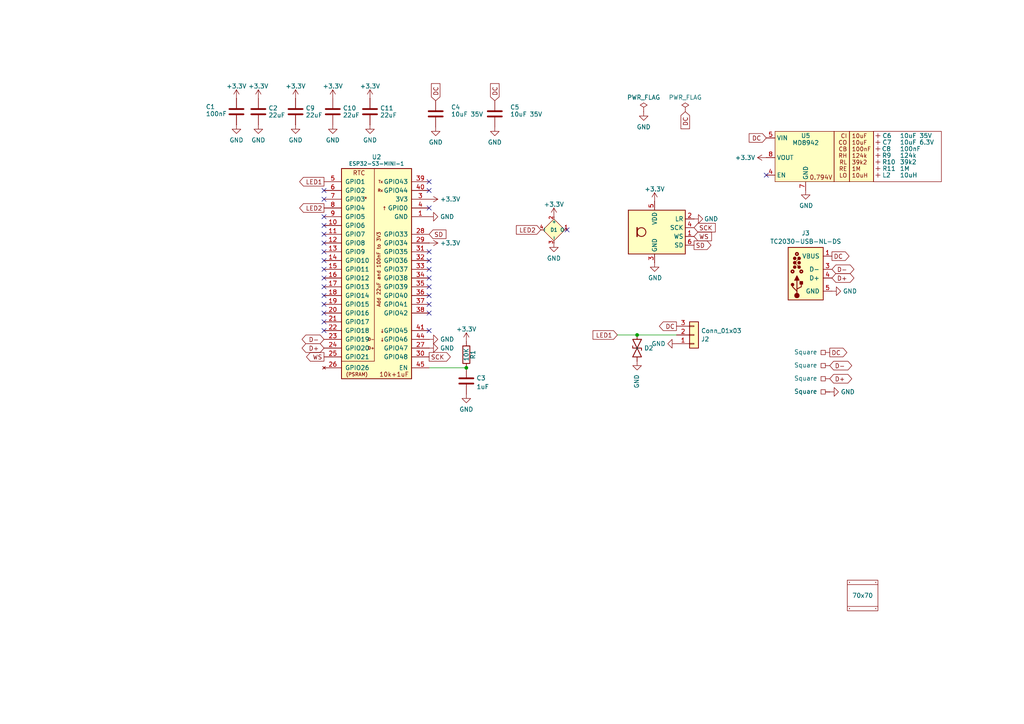
<source format=kicad_sch>
(kicad_sch (version 20250114) (generator "eeschema") (generator_version "9.0")
  (paper "A4")
  (title_block (title "LED driver") (date "${DATE}") (rev "1") (comment 1 "@TheRealRevK") (comment 2 "www.me.uk"))
  (lib_symbols
    (symbol "Connector_Generic:Conn_01x03" (pin_names (offset 1.016) (hide yes))
      (property "Reference" "J" (at 0 5.08 0))
      (property "Value" "Conn_01x03" (at 0 -5.08 0))
      (symbol "Conn_01x03_1_1"
        (rectangle (start -1.27 3.81) (end 1.27 -3.81) (stroke (width 0.254)) (fill (type background)))
        (rectangle (start -1.27 2.667) (end 0 2.413) (stroke (width 0.1524)))
        (rectangle (start -1.27 0.127) (end 0 -0.127) (stroke (width 0.1524)))
        (rectangle (start -1.27 -2.413) (end 0 -2.667) (stroke (width 0.1524)))
        (pin passive line (at -5.08 2.54 0) (length 3.81) (name "Pin_1") (number "1"))
        (pin passive line (at -5.08 0 0) (length 3.81) (name "Pin_2") (number "2"))
        (pin passive line (at -5.08 -2.54 0) (length 3.81) (name "Pin_3") (number "3"))
      )
    )
    (symbol "Device:C" (pin_numbers (hide yes)) (pin_names (offset 0.254))
      (property "Reference" "C" (at 0.635 2.54 0))
      (property "Value" "C" (at 0.635 -2.54 0))
      (symbol "C_0_1"
        (polyline (pts (xy -2.032 0.762) (xy 2.032 0.762)) (stroke (width 0.508)))
        (polyline (pts (xy -2.032 -0.762) (xy 2.032 -0.762)) (stroke (width 0.508)))
      )
      (symbol "C_1_1"
        (pin passive line (at 0 3.81 270) (length 2.794) (name "~") (number "1"))
        (pin passive line (at 0 -3.81 90) (length 2.794) (name "~") (number "2"))
      )
    )
    (symbol "Device:R" (pin_numbers (hide yes)) (pin_names (offset 0))
      (property "Reference" "R" (at 2.032 0 90))
      (property "Value" "R" (at 0 0 90))
      (symbol "R_0_1"
        (rectangle (start -1.016 -2.54) (end 1.016 2.54) (stroke (width 0.254)))
      )
      (symbol "R_1_1"
        (pin passive line (at 0 3.81 270) (length 1.27) (name "~") (number "1"))
        (pin passive line (at 0 -3.81 90) (length 1.27) (name "~") (number "2"))
      )
    )
    (symbol "RevK:ES05D1MC10" (pin_numbers (hide yes))
      (property "Reference" "D" (at 0 2.54 0))
      (symbol "ES05D1MC10_0_1"
        (polyline (pts (xy -2.54 1.27) (xy -2.54 -1.27) (xy 0 0) (xy -2.54 1.27)) (stroke (width 0.254)))
        (polyline (pts (xy 2.54 -1.27) (xy 2.54 1.27) (xy 0 0) (xy 2.54 -1.27)) (stroke (width 0.254)))
      )
      (symbol "ES05D1MC10_1_1"
        (polyline (pts (xy 0.635 1.27) (xy 0 1.27) (xy 0 -1.27) (xy -0.635 -1.27)) (stroke (width 0.254)))
        (pin passive line (at -3.81 0 0) (length 1.27) (name "~") (number "2"))
        (pin passive line (at 3.81 0 180) (length 1.27) (name "~") (number "1"))
      )
    )
    (symbol "RevK:ESP32-S3-MINI-1-N4R2" (pin_names (offset 1.016))
      (property "Reference" "U" (at 9.525 28.575 0))
      (property "Value" "ESP32-S3-MINI-1-N4R2" (at 0 31.115 0))
      (symbol "ESP32-S3-MINI-1-N4R2_0_0"
        (rectangle (start -10.16 30.48) (end 10.16 -30.48) (stroke (width 0.254)) (fill (type background)))
      )
      (symbol "ESP32-S3-MINI-1-N4R2_1_1"
        (polyline (pts (xy -10.16 -25.4) (xy -0.635 -25.4)))
        (polyline (pts (xy -0.635 30.48) (xy -0.635 -25.4)))
        (text "(PSRAM)" (at -5.715 -29.21 0) (effects (font (size 1 1))))
        (text "RTC" (at -5.08 29.21 0) (effects (font (size 1.27 1.27))))
        (text "*" (at -3.175 21.59 0) (effects (font (size 1.27 1.27))))
        (text "D-" (at -2.54 -19.05 0) (effects (font (size 0.8 0.8)) (justify left)))
        (text "D+" (at -2.54 -21.59 0) (effects (font (size 0.8 0.8)) (justify left)))
        (text "Add 22uF and 100nF to 3V3" (at 0.635 1.27 900) (effects (font (size 1 1))))
        (text "Tx" (at 1.905 26.67 0) (effects (font (size 0.8 0.8)) (justify right)))
        (text "Rx" (at 1.905 24.13 0) (effects (font (size 0.8 0.8)) (justify right)))
        (text "↓" (at 2.54 -16.51 0) (effects (font (size 1.27 1.27)) (justify right)))
        (text "↓" (at 2.54 -19.05 0) (effects (font (size 1.27 1.27)) (justify right)))
        (text "↑" (at 3.175 19.05 0) (effects (font (size 1.27 1.27)) (justify right)))
        (text "10k+1uF" (at 5.08 -29.21 0) (effects (font (size 1.27 1.27))))
        (pin passive line (at -15.24 26.67 0) (length 5.08) (name "GPIO1") (number "5"))
        (pin passive line (at -15.24 24.13 0) (length 5.08) (name "GPIO2") (number "6"))
        (pin passive line (at -15.24 21.59 0) (length 5.08) (name "GPIO3") (number "7"))
        (pin passive line (at -15.24 19.05 0) (length 5.08) (name "GPIO4") (number "8"))
        (pin passive line (at -15.24 16.51 0) (length 5.08) (name "GPIO5") (number "9"))
        (pin passive line (at -15.24 13.97 0) (length 5.08) (name "GPIO6") (number "10"))
        (pin passive line (at -15.24 11.43 0) (length 5.08) (name "GPIO7") (number "11"))
        (pin passive line (at -15.24 8.89 0) (length 5.08) (name "GPIO8") (number "12"))
        (pin passive line (at -15.24 6.35 0) (length 5.08) (name "GPIO9") (number "13"))
        (pin passive line (at -15.24 3.81 0) (length 5.08) (name "GPIO10") (number "14"))
        (pin passive line (at -15.24 1.27 0) (length 5.08) (name "GPIO11") (number "15"))
        (pin passive line (at -15.24 -1.27 0) (length 5.08) (name "GPIO12") (number "16"))
        (pin passive line (at -15.24 -3.81 0) (length 5.08) (name "GPIO13") (number "17"))
        (pin passive line (at -15.24 -6.35 0) (length 5.08) (name "GPIO14") (number "18"))
        (pin passive line (at -15.24 -8.89 0) (length 5.08) (name "GPIO15") (number "19"))
        (pin passive line (at -15.24 -11.43 0) (length 5.08) (name "GPIO16") (number "20"))
        (pin passive line (at -15.24 -13.97 0) (length 5.08) (name "GPIO17") (number "21"))
        (pin passive line (at -15.24 -16.51 0) (length 5.08) (name "GPIO18") (number "22"))
        (pin passive line (at -15.24 -19.05 0) (length 5.08) (name "GPIO19") (number "23"))
        (pin passive line (at -15.24 -21.59 0) (length 5.08) (name "GPIO20") (number "24"))
        (pin passive line (at -15.24 -24.13 0) (length 5.08) (name "GPIO21") (number "25"))
        (pin no_connect line (at -15.24 -27.305 0) (length 5.08) (name "GPIO26") (number "26"))
        (pin passive line (at 15.24 26.67 180) (length 5.08) (name "GPIO43") (number "39"))
        (pin passive line (at 15.24 24.13 180) (length 5.08) (name "GPIO44") (number "40"))
        (pin power_in line (at 15.24 21.59 180) (length 5.08) (name "3V3") (number "3"))
        (pin passive line (at 15.24 19.05 180) (length 5.08) (name "GPIO0") (number "4"))
        (pin power_in line (at 15.24 16.51 180) (length 5.08) (name "GND") (number "1"))
        (pin power_in line (at 15.24 16.51 180) (length 5.08) (hide yes) (name "GND") (number "2"))
        (pin power_in line (at 15.24 16.51 180) (length 5.08) (hide yes) (name "GND") (number "42"))
        (pin power_in line (at 15.24 16.51 180) (length 5.08) (hide yes) (name "GND") (number "43"))
        (pin power_in line (at 15.24 16.51 180) (length 5.08) (hide yes) (name "GND") (number "46"))
        (pin power_in line (at 15.24 16.51 180) (length 5.08) (hide yes) (name "GND") (number "47"))
        (pin power_in line (at 15.24 16.51 180) (length 5.08) (hide yes) (name "GND") (number "48"))
        (pin power_in line (at 15.24 16.51 180) (length 5.08) (hide yes) (name "GND") (number "49"))
        (pin power_in line (at 15.24 16.51 180) (length 5.08) (hide yes) (name "GND") (number "50"))
        (pin power_in line (at 15.24 16.51 180) (length 5.08) (hide yes) (name "GND") (number "51"))
        (pin power_in line (at 15.24 16.51 180) (length 5.08) (hide yes) (name "GND") (number "52"))
        (pin power_in line (at 15.24 16.51 180) (length 5.08) (hide yes) (name "GND") (number "53"))
        (pin power_in line (at 15.24 16.51 180) (length 5.08) (hide yes) (name "GND") (number "54"))
        (pin power_in line (at 15.24 16.51 180) (length 5.08) (hide yes) (name "GND") (number "55"))
        (pin power_in line (at 15.24 16.51 180) (length 5.08) (hide yes) (name "GND") (number "56"))
        (pin power_in line (at 15.24 16.51 180) (length 5.08) (hide yes) (name "GND") (number "57"))
        (pin power_in line (at 15.24 16.51 180) (length 5.08) (hide yes) (name "GND") (number "58"))
        (pin power_in line (at 15.24 16.51 180) (length 5.08) (hide yes) (name "GND") (number "59"))
        (pin power_in line (at 15.24 16.51 180) (length 5.08) (hide yes) (name "GND") (number "60"))
        (pin power_in line (at 15.24 16.51 180) (length 5.08) (hide yes) (name "GND") (number "61"))
        (pin power_in line (at 15.24 16.51 180) (length 5.08) (hide yes) (name "GND") (number "62"))
        (pin power_in line (at 15.24 16.51 180) (length 5.08) (hide yes) (name "GND") (number "63"))
        (pin power_in line (at 15.24 16.51 180) (length 5.08) (hide yes) (name "GND") (number "64"))
        (pin power_in line (at 15.24 16.51 180) (length 5.08) (hide yes) (name "GND") (number "65"))
        (pin passive line (at 15.24 11.43 180) (length 5.08) (name "GPIO33") (number "28"))
        (pin passive line (at 15.24 8.89 180) (length 5.08) (name "GPIO34") (number "29"))
        (pin passive line (at 15.24 6.35 180) (length 5.08) (name "GPIO35") (number "31"))
        (pin passive line (at 15.24 3.81 180) (length 5.08) (name "GPIO36") (number "32"))
        (pin passive line (at 15.24 1.27 180) (length 5.08) (name "GPIO37") (number "33"))
        (pin passive line (at 15.24 -1.27 180) (length 5.08) (name "GPIO38") (number "34"))
        (pin passive line (at 15.24 -3.81 180) (length 5.08) (name "GPIO39") (number "35"))
        (pin passive line (at 15.24 -6.35 180) (length 5.08) (name "GPIO40") (number "36"))
        (pin passive line (at 15.24 -8.89 180) (length 5.08) (name "GPIO41") (number "37"))
        (pin passive line (at 15.24 -11.43 180) (length 5.08) (name "GPIO42") (number "38"))
        (pin passive line (at 15.24 -16.51 180) (length 5.08) (name "GPIO45") (number "41"))
        (pin passive line (at 15.24 -19.05 180) (length 5.08) (name "GPIO46") (number "44"))
        (pin passive line (at 15.24 -21.59 180) (length 5.08) (name "GPIO47") (number "27"))
        (pin passive line (at 15.24 -24.13 180) (length 5.08) (name "GPIO48") (number "30"))
        (pin input line (at 15.24 -27.305 180) (length 5.08) (name "EN") (number "45"))
      )
    )
    (symbol "RevK:Hidden" (pin_names (offset 1.016)) (in_bom no)
      (property "Reference" "Z" (at 0.635 0 0))
      (property "Value" "Hidden" (at 4.445 0 0))
      (symbol "Hidden_0_1"
        (polyline (pts (xy -0.635 0) (xy 0.635 0)) (stroke (width 0.1524)))
        (polyline (pts (xy 0 0.635) (xy 0 -0.635)) (stroke (width 0.1524)))
      )
    )
    (symbol "RevK:ICS43434_MEMS_Mic"
      (symbol "ICS43434_MEMS_Mic_1_1"
        (rectangle (start -7.62 6.35) (end 8.89 -6.35) (stroke (width 0.254)) (fill (type background)))
        (polyline (pts (xy -5.08 1.27) (xy -5.08 -1.27)) (stroke (width 0.381)))
        (circle (center -3.81 0) (radius 1.27) (stroke (width 0.254)))
        (pin power_in line (at 0 8.89 270) (length 2.54) (name "VDD") (number "5"))
        (pin power_in line (at 0 -8.89 90) (length 2.54) (name "GND") (number "3"))
        (pin input line (at 11.43 3.81 180) (length 2.54) (name "LR") (number "2"))
        (pin input line (at 11.43 1.27 180) (length 2.54) (name "SCK") (number "4"))
        (pin input line (at 11.43 -1.27 180) (length 2.54) (name "WS") (number "1"))
        (pin output line (at 11.43 -3.81 180) (length 2.54) (name "SD") (number "6"))
      )
    )
    (symbol "RevK:MD89420-RegBlock"
      (property "Reference" "U" (at -0.635 4.445 0))
      (property "Value" "MD8942" (at 0 6.35 0))
      (symbol "MD89420-RegBlock_1_1"
        (rectangle (start -8.89 7.62) (end 8.255 -6.985) (fill (type background)))
        (rectangle (start 8.255 7.62) (end 12.7 -6.985) (fill (type background)))
        (rectangle (start 12.7 7.62) (end 19.685 -6.985) (fill (type background)))
        (rectangle (start 19.685 7.62) (end 39.37 -6.985))
        (text "0.794V" (at 4.445 -5.715 0) (effects (font (size 1.27 1.27))))
        (text "CI\nCO\nCB\nRH\nRL\nRE\nLO" (at 12.065 6.985 0) (effects (font (size 1.185 1.185)) (justify right top)))
        (text "10uF\n10uF\n100nF\n124k\n39k2\n1M\n10uH" (at 13.335 6.985 0) (effects (font (size 1.185 1.185)) (justify left top)))
        (pin power_in line (at -11.43 5.715 0) (length 2.54) (name "VIN") (number "5"))
        (pin power_out line (at -11.43 0 0) (length 2.54) (name "VOUT") (number "8"))
        (pin input line (at -11.43 -5.08 0) (length 2.54) (name "EN") (number "4"))
        (pin power_in line (at 0 -9.525 90) (length 2.54) (hide yes) (name "GND") (number "2"))
        (pin power_in line (at 0 -9.525 90) (length 2.54) (name "GND") (number "7"))
        (pin no_connect line (at 5.715 1.905 0) (length 2.54) (hide yes) (name "") (number "3"))
        (pin no_connect line (at 5.715 0 0) (length 2.54) (hide yes) (name "") (number "1"))
        (pin no_connect line (at 5.715 -1.905 0) (length 2.54) (hide yes) (name "") (number "6"))
      )
    )
    (symbol "RevK:PCB" (in_bom no)
      (property "Value" "XxY" (at 0 0 0))
      (symbol "PCB_0_1"
        (rectangle (start -4.445 4.445) (end 4.445 -4.445))
        (circle (center -3.81 3.81) (radius 0.0001))
        (circle (center -3.81 -3.81) (radius 0.0001))
        (circle (center 3.81 3.81) (radius 0.0001))
        (circle (center 3.81 -3.81) (radius 0.0001))
      )
    )
    (symbol "RevK:SquareSMD" (in_bom no)
      (property "Value" "Square" (at 2.54 0 0))
      (symbol "SquareSMD_0_1"
        (rectangle (start 1.27 0.635) (end 2.54 -0.635) (stroke (width 0.1524)))
      )
      (symbol "SquareSMD_1_1"
        (pin passive line (at 0 0 0) (length 1.27) (name "P") (number "1"))
      )
    )
    (symbol "RevK:TC2030-USB-NL" (pin_names (offset 1.016)) (in_bom no)
      (property "Reference" "J" (at 0 10.922 0))
      (property "Value" "TC2030-USB-NL" (at 0 8.89 0))
      (symbol "TC2030-USB-NL_0_1"
        (rectangle (start -5.08 7.62) (end 5.08 -7.62) (stroke (width 0.254)) (fill (type background)))
        (circle (center -3.81 -3.175) (radius 0.381) (stroke (width 0.254)) (fill (type outline)))
        (circle (center -3.175 4.445) (radius 0.381) (stroke (width 0.254)) (fill (type outline)))
        (circle (center -3.175 3.175) (radius 0.381) (stroke (width 0.254)) (fill (type outline)))
        (circle (center -3.175 1.905) (radius 0.381) (stroke (width 0.254)) (fill (type outline)))
        (polyline (pts (xy -3.175 -1.905) (xy -1.905 -1.905) (xy -2.54 -0.635) (xy -3.175 -1.905)) (stroke (width 0.254)) (fill (type outline)))
        (polyline (pts (xy -2.54 -5.08) (xy -2.54 -4.445) (xy -1.27 -3.81) (xy -1.27 -2.54)) (stroke (width 0.254)))
        (polyline (pts (xy -2.54 -5.715) (xy -2.54 -5.08) (xy -3.81 -3.81) (xy -3.81 -3.175)) (stroke (width 0.254)))
        (circle (center -2.54 -6.35) (radius 0.635) (stroke (width 0.254)) (fill (type outline)))
        (circle (center -1.905 4.445) (radius 0.381) (stroke (width 0.254)) (fill (type outline)))
        (polyline (pts (xy -1.905 4.445) (xy -3.175 3.175) (xy -1.905 1.905)))
        (circle (center -1.905 3.175) (radius 0.381) (stroke (width 0.254)) (fill (type outline)))
        (circle (center -1.905 1.905) (radius 0.381) (stroke (width 0.254)) (fill (type outline)))
        (rectangle (start -1.651 -2.286) (end -0.889 -3.048) (stroke (width 0.254)) (fill (type outline)))
      )
      (symbol "TC2030-USB-NL_1_1"
        (circle (center -3.81 0.635) (radius 0.381) (stroke (width 0.4)))
        (circle (center -2.54 5.715) (radius 0.381) (stroke (width 0.4)))
        (polyline (pts (xy -2.54 -4.445) (xy -2.54 -1.905)) (stroke (width 0.254)))
        (circle (center -1.27 0.635) (radius 0.381) (stroke (width 0.4)))
        (pin passive line (at 7.62 5.08 180) (length 2.54) (name "VBUS") (number "1"))
        (pin passive line (at 7.62 1.27 180) (length 2.54) (hide yes) (name "NC") (number "2"))
        (pin bidirectional line (at 7.62 1.27 180) (length 2.54) (name "D-") (number "3"))
        (pin passive line (at 7.62 1.27 180) (length 2.54) (hide yes) (name "NC") (number "6"))
        (pin bidirectional line (at 7.62 -1.27 180) (length 2.54) (name "D+") (number "4"))
        (pin passive line (at 7.62 -5.08 180) (length 2.54) (name "GND") (number "5"))
      )
    )
    (symbol "RevK:VCUT" (in_bom no)
      (symbol "VCUT_0_1"
        (polyline (pts (xy -4.445 0) (xy 4.445 0)))
      )
    )
    (symbol "RevK:WS2812B-1mm" (pin_names (offset 0.254))
      (property "Reference" "D" (at 0 0 0))
      (symbol "WS2812B-1mm_1_1"
        (polyline (pts (xy 0 3.175) (xy 3.175 0) (xy 0 -3.175) (xy -3.175 0) (xy 0 3.175)) (fill (type background)))
        (pin input line (at -3.81 0 0) (length 0.5) (name "I") (number "4"))
        (pin power_in line (at 0 3.81 270) (length 0.5) (name "-") (number "3"))
        (pin power_in line (at 0 -3.81 90) (length 0.5) (name "+") (number "2"))
        (pin output line (at 3.81 0 180) (length 0.5) (name "O") (number "1"))
      )
    )
    (symbol "power:+3.3V" (power) (pin_numbers (hide yes)) (pin_names (offset 0) (hide yes))
      (property "Value" "+3.3V" (at 0 3.556 0))
      (symbol "+3.3V_0_1"
        (polyline (pts (xy -0.762 1.27) (xy 0 2.54)))
        (polyline (pts (xy 0 2.54) (xy 0.762 1.27)))
        (polyline (pts (xy 0 0) (xy 0 2.54)))
      )
      (symbol "+3.3V_1_1"
        (pin power_in line (at 0 0 90) (length 0) (name "~") (number "1"))
      )
    )
    (symbol "power:GND" (power) (pin_numbers (hide yes)) (pin_names (offset 0) (hide yes))
      (property "Value" "GND" (at 0 -3.81 0))
      (symbol "GND_0_1"
        (polyline (pts (xy 0 0) (xy 0 -1.27) (xy 1.27 -1.27) (xy 0 -2.54) (xy -1.27 -1.27) (xy 0 -1.27)))
      )
      (symbol "GND_1_1"
        (pin power_in line (at 0 0 270) (length 0) (name "~") (number "1"))
      )
    )
    (symbol "power:PWR_FLAG" (power) (pin_numbers (hide yes)) (pin_names (offset 0) (hide yes))
      (property "Value" "PWR_FLAG" (at 0 3.81 0))
      (symbol "PWR_FLAG_0_0"
        (pin power_out line (at 0 0 90) (length 0) (name "~") (number "1"))
      )
      (symbol "PWR_FLAG_0_1"
        (polyline (pts (xy 0 0) (xy 0 1.27) (xy -1.016 1.905) (xy 0 2.54) (xy 1.016 1.905) (xy 0 1.27)))
      )
    )
  )
  (junction (at 184.785 97.155))
  (junction (at 135.255 106.68))
  (no_connect (at 93.98 73.025))
  (no_connect (at 124.46 52.705))
  (no_connect (at 93.98 80.645))
  (no_connect (at 93.98 65.405))
  (no_connect (at 124.46 75.565))
  (no_connect (at 93.98 95.885))
  (no_connect (at 93.98 57.785))
  (no_connect (at 222.25 50.8))
  (no_connect (at 124.46 90.805))
  (no_connect (at 93.98 88.265))
  (no_connect (at 124.46 83.185))
  (no_connect (at 93.98 55.245))
  (no_connect (at 124.46 95.885))
  (no_connect (at 124.46 85.725))
  (no_connect (at 124.46 88.265))
  (no_connect (at 93.98 83.185))
  (no_connect (at 93.98 85.725))
  (no_connect (at 164.465 66.675))
  (no_connect (at 124.46 78.105))
  (no_connect (at 124.46 80.645))
  (no_connect (at 93.98 75.565))
  (no_connect (at 93.98 67.945))
  (no_connect (at 93.98 93.345))
  (no_connect (at 93.98 78.105))
  (no_connect (at 93.98 70.485))
  (no_connect (at 124.46 73.025))
  (no_connect (at 124.46 60.325))
  (no_connect (at 124.46 55.245))
  (no_connect (at 93.98 62.865))
  (no_connect (at 93.98 90.805))
  (wire (pts (xy 124.46 106.68) (xy 135.255 106.68)))
  (wire (pts (xy 184.785 97.155) (xy 196.215 97.155)))
  (wire (pts (xy 179.07 97.155) (xy 184.785 97.155)))
  (global_label "D+" (shape bidirectional) (at 240.665 109.855 0) (property "Intersheetrefs" "${INTERSHEET_REFS}" (effects (hide yes))))
  (global_label "DC" (shape input) (at 222.25 40.005 180) (property "Intersheetrefs" "${INTERSHEET_REFS}" (effects (hide yes))))
  (global_label "D-" (shape bidirectional) (at 240.665 106.045 0) (property "Intersheetrefs" "${INTERSHEET_REFS}" (effects (hide yes))))
  (global_label "WS" (shape output) (at 93.98 103.505 180) (property "Intersheetrefs" "${INTERSHEET_REFS}" (effects (hide yes))))
  (global_label "D+" (shape bidirectional) (at 241.3 80.645 0) (property "Intersheetrefs" "${INTERSHEET_REFS}" (effects (hide yes))))
  (global_label "DC" (shape output) (at 241.3 74.295 0) (property "Intersheetrefs" "${INTERSHEET_REFS}" (effects (hide yes))))
  (global_label "SD" (shape output) (at 201.295 71.12 0) (property "Intersheetrefs" "${INTERSHEET_REFS}" (effects (hide yes))))
  (global_label "D+" (shape bidirectional) (at 93.98 100.965 180) (property "Intersheetrefs" "${INTERSHEET_REFS}" (effects (hide yes))))
  (global_label "DC" (shape input) (at 126.365 29.21 90) (property "Intersheetrefs" "${INTERSHEET_REFS}" (effects (hide yes))))
  (global_label "SD" (shape input) (at 124.46 67.945 0) (property "Intersheetrefs" "${INTERSHEET_REFS}" (effects (hide yes))))
  (global_label "DC" (shape input) (at 143.51 29.21 90) (property "Intersheetrefs" "${INTERSHEET_REFS}" (effects (hide yes))))
  (global_label "LED1" (shape output) (at 93.98 52.705 180) (property "Intersheetrefs" "${INTERSHEET_REFS}" (effects (hide yes))))
  (global_label "DC" (shape output) (at 240.665 102.235 0) (property "Intersheetrefs" "${INTERSHEET_REFS}" (effects (hide yes))))
  (global_label "DC" (shape output) (at 196.215 94.615 180) (property "Intersheetrefs" "${INTERSHEET_REFS}" (effects (hide yes))))
  (global_label "SCK" (shape input) (at 201.295 66.04 0) (property "Intersheetrefs" "${INTERSHEET_REFS}" (effects (hide yes))))
  (global_label "D-" (shape bidirectional) (at 93.98 98.425 180) (property "Intersheetrefs" "${INTERSHEET_REFS}" (effects (hide yes))))
  (global_label "DC" (shape input) (at 198.755 32.385 270) (property "Intersheetrefs" "${INTERSHEET_REFS}" (effects (hide yes))))
  (global_label "WS" (shape input) (at 201.295 68.58 0) (property "Intersheetrefs" "${INTERSHEET_REFS}" (effects (hide yes))))
  (global_label "D-" (shape bidirectional) (at 241.3 78.105 0) (property "Intersheetrefs" "${INTERSHEET_REFS}" (effects (hide yes))))
  (global_label "LED2" (shape input) (at 156.845 66.675 180) (property "Intersheetrefs" "${INTERSHEET_REFS}" (effects (hide yes))))
  (global_label "LED2" (shape output) (at 93.98 60.325 180) (property "Intersheetrefs" "${INTERSHEET_REFS}" (effects (hide yes))))
  (global_label "SCK" (shape output) (at 124.46 103.505 0) (property "Intersheetrefs" "${INTERSHEET_REFS}" (effects (hide yes))))
  (global_label "LED1" (shape input) (at 179.07 97.155 180) (property "Intersheetrefs" "${INTERSHEET_REFS}" (effects (hide yes))))
  (symbol (lib_id "power:+3.3V") (at 96.52 28.575 0) (unit 1)
    (property "Reference" "#PWR025" (effects (hide yes)))
    (property "Value" "+3.3V" (at 96.52 24.9992 0))
    (property "Description" "Power symbol creates a global label with name \"+3.3V\"" (effects (hide yes)))
  )
  (symbol (lib_id "RevK:Hidden") (at 254.635 41.275 0) (unit 1)
    (property "Reference" "C7" (at 255.905 41.275 0) (effects (justify left)))
    (property "Value" "10uF 6.3V" (at 260.985 41.275 0) (effects (justify left)))
    (property "Footprint" "RevK:C_0603_" (effects (hide yes)))
    (property "MPN" "C1691" (effects (hide yes)))
  )
  (symbol (lib_id "power:GND") (at 96.52 36.195 0) (unit 1)
    (property "Reference" "#PWR026" (effects (hide yes)))
    (property "Value" "GND" (at 96.52 40.6384 0))
    (property "Description" "Power symbol creates a global label with name \"GND\" , ground" (effects (hide yes)))
  )
  (symbol (lib_id "power:GND") (at 124.46 98.425 90) (unit 1)
    (property "Reference" "#PWR021" (effects (hide yes)))
    (property "Value" "GND" (at 127.635 98.425 90) (effects (justify right)))
    (property "Description" "Power symbol creates a global label with name \"GND\" , ground" (effects (hide yes)))
  )
  (symbol (lib_id "RevK:MD89420-RegBlock") (at 233.68 45.72 0) (unit 1)
    (property "Reference" "U5" (at 233.68 39.37 0))
    (property "Value" "MD8942" (at 233.68 41.418 0))
    (property "Footprint" "RevK:SOT-23-6-MD8942" (effects (hide yes)))
    (property "Datasheet" "https://datasheet.lcsc.com/lcsc/2101111937_Shanghai-Mingda-Microelectronics-MD8942_C2684786.pdf" (effects (hide yes)))
    (property "MPN" "C2684786" (effects (hide yes)))
  )
  (symbol (lib_id "RevK:SquareSMD") (at 240.665 102.235 180) (unit 1) (in_bom no)
    (property "Reference" "P1" (effects (hide yes)))
    (property "Value" "Square" (at 233.68 102.108 0))
    (property "Footprint" "RevK:PAD-2mm" (effects (hide yes)))
  )
  (symbol (lib_id "Device:C") (at 96.52 32.385 0) (unit 1)
    (property "Reference" "C10" (at 99.441 31.361 0) (effects (justify left)))
    (property "Value" "22uF" (at 99.441 33.409 0) (effects (justify left)))
    (property "Footprint" "RevK:C_0402" (effects (hide yes)))
    (property "Description" "Unpolarized capacitor" (effects (hide yes)))
  )
  (symbol (lib_id "RevK:Hidden") (at 254.635 39.37 0) (unit 1)
    (property "Reference" "C6" (at 255.905 39.37 0) (effects (justify left)))
    (property "Value" "10uF 35V" (at 260.985 39.37 0) (effects (justify left)))
    (property "Footprint" "RevK:C_0603_" (effects (hide yes)))
    (property "MPN" "C194427" (effects (hide yes)))
  )
  (symbol (lib_id "power:GND") (at 186.69 32.385 0) (unit 1)
    (property "Reference" "#PWR06" (effects (hide yes)))
    (property "Value" "GND" (at 186.69 36.8284 0))
    (property "Description" "Power symbol creates a global label with name \"GND\" , ground" (effects (hide yes)))
  )
  (symbol (lib_id "power:GND") (at 107.315 36.195 0) (unit 1)
    (property "Reference" "#PWR029" (effects (hide yes)))
    (property "Value" "GND" (at 107.315 40.6384 0))
    (property "Description" "Power symbol creates a global label with name \"GND\" , ground" (effects (hide yes)))
  )
  (symbol (lib_id "power:GND") (at 240.665 113.665 90) (unit 1)
    (property "Reference" "#PWR07" (effects (hide yes)))
    (property "Value" "GND" (at 243.84 113.665 90) (effects (justify right)))
    (property "Description" "Power symbol creates a global label with name \"GND\" , ground" (effects (hide yes)))
  )
  (symbol (lib_id "power:+3.3V") (at 135.255 99.06 0) (unit 1)
    (property "Reference" "#PWR0106" (effects (hide yes)))
    (property "Value" "+3.3V" (at 135.255 95.4842 0))
    (property "Description" "Power symbol creates a global label with name \"+3.3V\"" (effects (hide yes)))
  )
  (symbol (lib_id "RevK:WS2812B-1mm") (at 160.655 66.675 0) (mirror x) (unit 1)
    (property "Reference" "D1" (at 160.655 66.675 0) (effects (font (size 1 1))))
    (property "Value" "XL-1010RGBC-WS2812B" (effects (hide yes)))
    (property "Footprint" "RevK:SMD1010" (effects (hide yes)))
    (property "Datasheet" "https://datasheet.lcsc.com/lcsc/2301111010_XINGLIGHT-XL-1010RGBC-WS2812B_C5349953.pdf" (effects (hide yes)))
    (property "Description" "RGB LED with integrated controller" (effects (hide yes)))
    (property "MPN" "C5349953" (effects (hide yes)))
  )
  (symbol (lib_id "Device:C") (at 85.725 32.385 0) (unit 1)
    (property "Reference" "C9" (at 88.646 31.361 0) (effects (justify left)))
    (property "Value" "22uF" (at 88.646 33.409 0) (effects (justify left)))
    (property "Footprint" "RevK:C_0402" (effects (hide yes)))
    (property "Description" "Unpolarized capacitor" (effects (hide yes)))
  )
  (symbol (lib_id "Device:C") (at 107.315 32.385 0) (unit 1)
    (property "Reference" "C11" (at 110.236 31.361 0) (effects (justify left)))
    (property "Value" "22uF" (at 110.236 33.409 0) (effects (justify left)))
    (property "Footprint" "RevK:C_0402" (effects (hide yes)))
    (property "Description" "Unpolarized capacitor" (effects (hide yes)))
  )
  (symbol (lib_id "power:GND") (at 196.215 99.695 270) (unit 1)
    (property "Reference" "#PWR014" (effects (hide yes)))
    (property "Value" "GND" (at 193.0401 99.695 90) (effects (justify right)))
    (property "Description" "Power symbol creates a global label with name \"GND\" , ground" (effects (hide yes)))
  )
  (symbol (lib_id "RevK:VCUT") (at 250.19 175.895 0) (unit 1) (exclude_from_sim yes) (in_bom no)
    (property "Reference" "V2" (effects (hide yes)))
    (property "Value" "70" (effects (hide yes)))
    (property "Footprint" "RevK:VCUT70N" (effects (hide yes)))
  )
  (symbol (lib_id "Device:C") (at 126.365 33.02 0) (unit 1)
    (property "Reference" "C4" (at 130.81 31.099 0) (effects (justify left)))
    (property "Value" "10uF 35V" (at 130.81 33.147 0) (effects (justify left)))
    (property "Footprint" "RevK:C_0603" (effects (hide yes)))
    (property "Description" "Unpolarized capacitor" (effects (hide yes)))
    (property "MPN" "C194427" (effects (hide yes)))
  )
  (symbol (lib_id "power:+3.3V") (at 85.725 28.575 0) (unit 1)
    (property "Reference" "#PWR020" (effects (hide yes)))
    (property "Value" "+3.3V" (at 85.725 24.9992 0))
    (property "Description" "Power symbol creates a global label with name \"+3.3V\"" (effects (hide yes)))
  )
  (symbol (lib_id "power:GND") (at 201.295 63.5 90) (unit 1)
    (property "Reference" "#PWR019" (effects (hide yes)))
    (property "Value" "GND" (at 206.248 63.5 90))
    (property "Description" "Power symbol creates a global label with name \"GND\" , ground" (effects (hide yes)))
  )
  (symbol (lib_id "RevK:TC2030-USB-NL") (at 233.68 79.375 0) (unit 1) (in_bom no)
    (property "Reference" "J3" (at 233.68 67.6105 0))
    (property "Value" "TC2030-USB-NL-DS" (at 233.68 70.0348 0))
    (property "Footprint" "RevK:Tag-Connect_TC2030-IDC-NL_2x03_P1.27mm_Vertical" (effects (hide yes)))
    (property "Description" "TC2030-USB-NL" (effects (hide yes)))
  )
  (symbol (lib_id "power:+3.3V") (at 222.25 45.72 90) (unit 1)
    (property "Reference" "#PWR09" (effects (hide yes)))
    (property "Value" "+3.3V" (at 219.075 45.72 90) (effects (justify left)))
    (property "Description" "Power symbol creates a global label with name \"+3.3V\"" (effects (hide yes)))
  )
  (symbol (lib_id "RevK:ICS43434_MEMS_Mic") (at 189.865 67.31 0) (unit 1)
    (property "Reference" "U1" (effects (hide yes)))
    (property "Value" "ICS43434_MEMS_Mic" (effects (hide yes)))
    (property "Footprint" "RevK:ICS43434_MEMS_Mic" (effects (hide yes)))
    (property "Datasheet" "https://www.lcsc.com/datasheet/lcsc_datasheet_2312010321_TDK-InvenSense-ICS-43434_C5656610.pdf" (effects (hide yes)))
    (property "Description" "I2S Microphone" (effects (hide yes)))
    (property "MPN" "C5656610" (effects (hide yes)))
  )
  (symbol (lib_id "power:GND") (at 184.785 104.775 0) (unit 1)
    (property "Reference" "#PWR023" (effects (hide yes)))
    (property "Value" "GND" (at 184.658 108.585 90) (effects (justify right)))
    (property "Description" "Power symbol creates a global label with name \"GND\" , ground" (effects (hide yes)))
  )
  (symbol (lib_id "Device:C") (at 135.255 110.49 0) (unit 1)
    (property "Reference" "C3" (at 138.176 109.6553 0) (effects (justify left)))
    (property "Value" "1uF" (at 138.176 112.1922 0) (effects (justify left)))
    (property "Footprint" "RevK:C_0402" (effects (hide yes)))
    (property "Description" "Unpolarized capacitor" (effects (hide yes)))
  )
  (symbol (lib_id "power:GND") (at 241.3 84.455 90) (unit 1)
    (property "Reference" "#PWR015" (effects (hide yes)))
    (property "Value" "GND" (at 244.475 84.455 90) (effects (justify right)))
    (property "Description" "Power symbol creates a global label with name \"GND\" , ground" (effects (hide yes)))
  )
  (symbol (lib_id "power:GND") (at 189.865 76.2 0) (unit 1)
    (property "Reference" "#PWR018" (effects (hide yes)))
    (property "Value" "GND" (at 189.992 80.5942 0))
    (property "Description" "Power symbol creates a global label with name \"GND\" , ground" (effects (hide yes)))
  )
  (symbol (lib_id "power:+3.3V") (at 107.315 28.575 0) (unit 1)
    (property "Reference" "#PWR028" (effects (hide yes)))
    (property "Value" "+3.3V" (at 107.315 24.9992 0))
    (property "Description" "Power symbol creates a global label with name \"+3.3V\"" (effects (hide yes)))
  )
  (symbol (lib_id "power:+3.3V") (at 189.865 58.42 0) (unit 1)
    (property "Reference" "#PWR02" (effects (hide yes)))
    (property "Value" "+3.3V" (at 189.865 54.8442 0))
    (property "Description" "Power symbol creates a global label with name \"+3.3V\"" (effects (hide yes)))
  )
  (symbol (lib_id "RevK:VCUT") (at 250.19 169.545 0) (unit 1) (exclude_from_sim yes) (in_bom no)
    (property "Reference" "V1" (effects (hide yes)))
    (property "Value" "70" (effects (hide yes)))
    (property "Footprint" "RevK:VCUT70N" (effects (hide yes)))
  )
  (symbol (lib_id "power:GND") (at 68.58 36.195 0) (unit 1)
    (property "Reference" "#PWR011" (effects (hide yes)))
    (property "Value" "GND" (at 68.58 40.6384 0))
    (property "Description" "Power symbol creates a global label with name \"GND\" , ground" (effects (hide yes)))
  )
  (symbol (lib_id "RevK:Hidden") (at 254.635 48.895 0) (unit 1)
    (property "Reference" "R11" (at 255.905 48.895 0) (effects (justify left)))
    (property "Value" "1M" (at 260.985 48.895 0) (effects (justify left)))
    (property "Footprint" "RevK:R_0402_" (effects (hide yes)))
  )
  (symbol (lib_id "power:+3.3V") (at 74.93 28.575 0) (unit 1)
    (property "Reference" "#PWR012" (effects (hide yes)))
    (property "Value" "+3.3V" (at 74.93 24.9992 0))
    (property "Description" "Power symbol creates a global label with name \"+3.3V\"" (effects (hide yes)))
  )
  (symbol (lib_id "Device:C") (at 74.93 32.385 0) (unit 1)
    (property "Reference" "C2" (at 77.851 31.361 0) (effects (justify left)))
    (property "Value" "22uF" (at 77.851 33.409 0) (effects (justify left)))
    (property "Footprint" "RevK:C_0402" (effects (hide yes)))
    (property "Description" "Unpolarized capacitor" (effects (hide yes)))
  )
  (symbol (lib_id "power:+3.3V") (at 124.46 70.485 270) (unit 1)
    (property "Reference" "#PWR04" (effects (hide yes)))
    (property "Value" "+3.3V" (at 127.635 70.485 90) (effects (justify left)))
    (property "Description" "Power symbol creates a global label with name \"+3.3V\"" (effects (hide yes)))
  )
  (symbol (lib_id "RevK:ES05D1MC10") (at 184.785 100.965 270) (unit 1)
    (property "Reference" "D2" (at 186.817 100.965 90) (effects (justify left)))
    (property "Value" "~" (at 184.785 100.965 0))
    (property "Footprint" "RevK:DFN1006-2L" (effects (hide yes)))
    (property "MPN" "C5137770" (effects (hide yes)))
  )
  (symbol (lib_id "power:PWR_FLAG") (at 186.69 32.385 0) (unit 1)
    (property "Reference" "#FLG02" (effects (hide yes)))
    (property "Value" "PWR_FLAG" (at 186.69 28.2519 0))
    (property "Description" "Special symbol for telling ERC where power comes from" (effects (hide yes)))
  )
  (symbol (lib_id "RevK:PCB") (at 250.19 172.72 0) (unit 1) (in_bom no)
    (property "Reference" "PCB1" (effects (hide yes)))
    (property "Value" "70x70" (at 250.19 172.72 0))
    (property "Footprint" "RevK:PCB7070" (effects (hide yes)))
  )
  (symbol (lib_id "RevK:Hidden") (at 254.635 45.085 0) (unit 1)
    (property "Reference" "R9" (at 257.175 45.085 0))
    (property "Value" "124k" (at 260.985 45.085 0) (effects (justify left)))
    (property "Footprint" "RevK:R_0402_" (effects (hide yes)))
  )
  (symbol (lib_id "RevK:SquareSMD") (at 240.665 106.045 180) (unit 1) (in_bom no)
    (property "Reference" "P2" (effects (hide yes)))
    (property "Value" "Square" (at 233.68 105.918 0))
    (property "Footprint" "RevK:PAD-2mm" (effects (hide yes)))
  )
  (symbol (lib_id "power:GND") (at 85.725 36.195 0) (unit 1)
    (property "Reference" "#PWR024" (effects (hide yes)))
    (property "Value" "GND" (at 85.725 40.6384 0))
    (property "Description" "Power symbol creates a global label with name \"GND\" , ground" (effects (hide yes)))
  )
  (symbol (lib_id "power:GND") (at 160.655 70.485 0) (unit 1)
    (property "Reference" "#PWR022" (effects (hide yes)))
    (property "Value" "GND" (at 160.655 74.9284 0))
    (property "Description" "Power symbol creates a global label with name \"GND\" , ground" (effects (hide yes)))
  )
  (symbol (lib_id "power:GND") (at 135.255 114.3 0) (unit 1)
    (property "Reference" "#PWR0105" (effects (hide yes)))
    (property "Value" "GND" (at 135.255 118.7434 0))
    (property "Description" "Power symbol creates a global label with name \"GND\" , ground" (effects (hide yes)))
  )
  (symbol (lib_id "power:+3.3V") (at 160.655 62.865 0) (unit 1)
    (property "Reference" "#PWR05" (effects (hide yes)))
    (property "Value" "+3.3V" (at 160.655 59.2892 0))
    (property "Description" "Power symbol creates a global label with name \"+3.3V\"" (effects (hide yes)))
  )
  (symbol (lib_id "power:GND") (at 124.46 62.865 90) (unit 1)
    (property "Reference" "#PWR01" (effects (hide yes)))
    (property "Value" "GND" (at 127.635 62.865 90) (effects (justify right)))
    (property "Description" "Power symbol creates a global label with name \"GND\" , ground" (effects (hide yes)))
  )
  (symbol (lib_id "power:+3.3V") (at 68.58 28.575 0) (unit 1)
    (property "Reference" "#PWR08" (effects (hide yes)))
    (property "Value" "+3.3V" (at 68.58 24.9992 0))
    (property "Description" "Power symbol creates a global label with name \"+3.3V\"" (effects (hide yes)))
  )
  (symbol (lib_id "RevK:Hidden") (at 254.635 50.8 90) (unit 1)
    (property "Reference" "L2" (at 255.905 50.8 90) (effects (justify right)))
    (property "Value" "10uH" (at 260.985 50.8 90) (effects (justify right)))
    (property "Footprint" "RevK:L_4x4_" (effects (hide yes)))
  )
  (symbol (lib_id "RevK:ESP32-S3-MINI-1-N4R2") (at 109.22 79.375 0) (unit 1)
    (property "Reference" "U2" (at 109.22 45.5382 0))
    (property "Value" "ESP32-S3-MINI-1" (at 109.22 47.4746 0) (effects (font (size 1.1 1.1))))
    (property "Footprint" "RevK:ESP32-S3-MINI-1" (effects (hide yes)))
    (property "Datasheet" "https://www.espressif.com/sites/default/files/documentation/esp32-s3-mini-1_mini-1u_datasheet_en.pdf" (effects (hide yes)))
    (property "MPN" "C3013941" (effects (hide yes)))
  )
  (symbol (lib_id "Connector_Generic:Conn_01x03") (at 201.295 97.155 0) (mirror x) (unit 1)
    (property "Reference" "J2" (at 203.327 98.3672 0) (effects (justify left)))
    (property "Value" "Conn_01x03" (at 203.327 95.9429 0) (effects (justify left)))
    (property "Footprint" "RevK:WAGO-2060-453-998-404" (effects (hide yes)))
    (property "Description" "Generic connector, single row, 01x03, script generated (kicad-library-utils/schlib/autogen/connector/)" (effects (hide yes)))
    (property "MPN" "C2765056" (effects (hide yes)))
  )
  (symbol (lib_id "power:+3.3V") (at 124.46 57.785 270) (unit 1)
    (property "Reference" "#PWR03" (effects (hide yes)))
    (property "Value" "+3.3V" (at 127.635 57.785 90) (effects (justify left)))
    (property "Description" "Power symbol creates a global label with name \"+3.3V\"" (effects (hide yes)))
  )
  (symbol (lib_id "Device:C") (at 68.58 32.385 0) (unit 1)
    (property "Reference" "C1" (at 59.69 30.972 0) (effects (justify left)))
    (property "Value" "100nF" (at 59.69 33.02 0) (effects (justify left)))
    (property "Footprint" "RevK:C_0402" (effects (hide yes)))
    (property "Description" "Unpolarized capacitor" (effects (hide yes)))
  )
  (symbol (lib_id "Device:R") (at 135.255 102.87 0) (unit 1)
    (property "Reference" "R1" (at 137.16 102.87 90))
    (property "Value" "10K" (at 135.255 102.87 90))
    (property "Footprint" "RevK:R_0402" (effects (hide yes)))
    (property "Description" "Resistor" (effects (hide yes)))
  )
  (symbol (lib_id "power:GND") (at 126.365 36.83 0) (unit 1)
    (property "Reference" "#PWR027" (effects (hide yes)))
    (property "Value" "GND" (at 126.365 41.2734 0))
    (property "Description" "Power symbol creates a global label with name \"GND\" , ground" (effects (hide yes)))
  )
  (symbol (lib_id "RevK:SquareSMD") (at 240.665 109.855 180) (unit 1) (in_bom no)
    (property "Reference" "P3" (effects (hide yes)))
    (property "Value" "Square" (at 233.68 109.728 0))
    (property "Footprint" "RevK:PAD-2mm" (effects (hide yes)))
  )
  (symbol (lib_id "power:GND") (at 143.51 36.83 0) (unit 1)
    (property "Reference" "#PWR016" (effects (hide yes)))
    (property "Value" "GND" (at 143.51 41.2734 0))
    (property "Description" "Power symbol creates a global label with name \"GND\" , ground" (effects (hide yes)))
  )
  (symbol (lib_id "power:PWR_FLAG") (at 198.755 32.385 0) (unit 1)
    (property "Reference" "#FLG01" (effects (hide yes)))
    (property "Value" "PWR_FLAG" (at 198.755 28.2519 0))
    (property "Description" "Special symbol for telling ERC where power comes from" (effects (hide yes)))
  )
  (symbol (lib_id "power:GND") (at 233.68 55.245 0) (unit 1)
    (property "Reference" "#PWR010" (effects (hide yes)))
    (property "Value" "GND" (at 233.807 59.6392 0))
    (property "Description" "Power symbol creates a global label with name \"GND\" , ground" (effects (hide yes)))
  )
  (symbol (lib_id "power:GND") (at 74.93 36.195 0) (unit 1)
    (property "Reference" "#PWR013" (effects (hide yes)))
    (property "Value" "GND" (at 74.93 40.6384 0))
    (property "Description" "Power symbol creates a global label with name \"GND\" , ground" (effects (hide yes)))
  )
  (symbol (lib_id "RevK:Hidden") (at 254.635 46.99 270) (unit 1)
    (property "Reference" "R10" (at 257.81 46.99 90))
    (property "Value" "39k2" (at 260.985 46.99 90) (effects (justify left)))
    (property "Footprint" "RevK:R_0402_" (effects (hide yes)))
  )
  (symbol (lib_id "Device:C") (at 143.51 33.02 0) (unit 1)
    (property "Reference" "C5" (at 147.955 31.099 0) (effects (justify left)))
    (property "Value" "10uF 35V" (at 147.955 33.147 0) (effects (justify left)))
    (property "Footprint" "RevK:C_0603" (effects (hide yes)))
    (property "Description" "Unpolarized capacitor" (effects (hide yes)))
    (property "MPN" "C194427" (effects (hide yes)))
  )
  (symbol (lib_id "power:GND") (at 124.46 100.965 90) (unit 1)
    (property "Reference" "#PWR017" (effects (hide yes)))
    (property "Value" "GND" (at 127.635 100.965 90) (effects (justify right)))
    (property "Description" "Power symbol creates a global label with name \"GND\" , ground" (effects (hide yes)))
  )
  (symbol (lib_id "RevK:SquareSMD") (at 240.665 113.665 180) (unit 1) (in_bom no)
    (property "Reference" "P4" (effects (hide yes)))
    (property "Value" "Square" (at 233.68 113.538 0))
    (property "Footprint" "RevK:PAD-2mm" (effects (hide yes)))
  )
  (symbol (lib_id "RevK:Hidden") (at 254.635 43.18 90) (unit 1)
    (property "Reference" "C8" (at 258.445 43.18 90) (effects (justify left)))
    (property "Value" "100nF" (at 260.985 43.18 90) (effects (justify right)))
    (property "Footprint" "RevK:C_0603_" (effects (hide yes)))
  )
)
</source>
